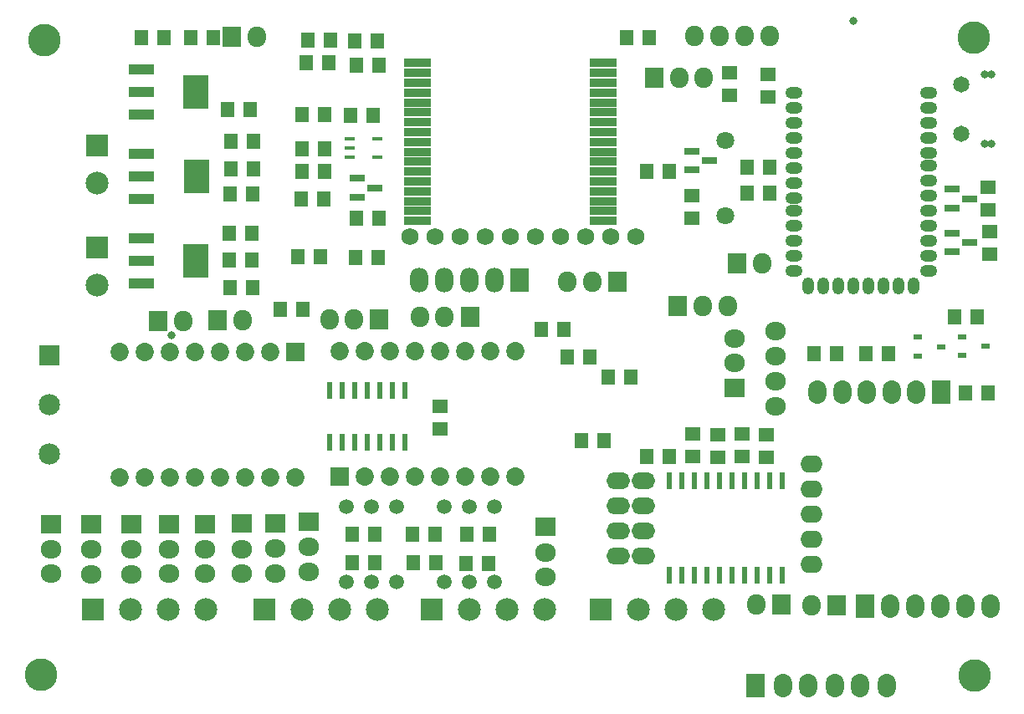
<source format=gbs>
G04*
G04 #@! TF.GenerationSoftware,Altium Limited,Altium Designer,18.1.6 (161)*
G04*
G04 Layer_Color=16711935*
%FSTAX24Y24*%
%MOIN*%
G70*
G01*
G75*
%ADD46R,0.0580X0.0630*%
%ADD49R,0.0630X0.0580*%
%ADD50O,0.0880X0.0680*%
%ADD56O,0.0480X0.0680*%
%ADD57O,0.0680X0.0480*%
%ADD59R,0.1040X0.1320*%
%ADD60R,0.1040X0.0410*%
%ADD61C,0.0907*%
%ADD62R,0.0907X0.0907*%
%ADD63C,0.0650*%
%ADD64C,0.0320*%
%ADD65R,0.0907X0.0907*%
%ADD66O,0.0830X0.0730*%
%ADD67R,0.0830X0.0730*%
%ADD68O,0.0730X0.0830*%
%ADD69R,0.0730X0.0830*%
%ADD70C,0.1300*%
%ADD71C,0.0730*%
%ADD72R,0.0730X0.0730*%
%ADD73C,0.0680*%
%ADD74O,0.0940X0.0680*%
%ADD75C,0.0592*%
%ADD76C,0.0709*%
%ADD77O,0.0730X0.0980*%
%ADD78R,0.0730X0.0980*%
%ADD79O,0.0730X0.0930*%
%ADD80R,0.0730X0.0930*%
%ADD81O,0.0730X0.0930*%
%ADD82R,0.0730X0.0930*%
%ADD83C,0.0848*%
%ADD84R,0.0848X0.0848*%
%ADD85C,0.0316*%
%ADD116R,0.0340X0.0220*%
%ADD117R,0.0445X0.0170*%
%ADD119R,0.0210X0.0710*%
%ADD120R,0.0210X0.0670*%
%ADD122R,0.0600X0.0300*%
%ADD123R,0.1080X0.0336*%
D46*
X01733Y02657D02*
D03*
X01643D02*
D03*
X01934Y02353D02*
D03*
X01844D02*
D03*
X01642Y02549D02*
D03*
X01732D02*
D03*
X04666Y0202D02*
D03*
X04576D02*
D03*
X03241Y02083D02*
D03*
X03151D02*
D03*
X03305Y02903D02*
D03*
X03395D02*
D03*
X02142Y03424D02*
D03*
X02232D02*
D03*
X01955Y03426D02*
D03*
X02045D02*
D03*
X02039Y03335D02*
D03*
X01949D02*
D03*
X0299Y02162D02*
D03*
X0308D02*
D03*
X03305Y01767D02*
D03*
X03395D02*
D03*
X01645Y0244D02*
D03*
X01735D02*
D03*
X02023Y02903D02*
D03*
X01933D02*
D03*
X02236Y02561D02*
D03*
X02146D02*
D03*
X01647Y02814D02*
D03*
X01737D02*
D03*
X01724Y03149D02*
D03*
X01634D02*
D03*
X01488Y03436D02*
D03*
X01578D02*
D03*
X01292Y03435D02*
D03*
X01382D02*
D03*
X01932Y02992D02*
D03*
X02022D02*
D03*
X02149Y02716D02*
D03*
X02239D02*
D03*
X02004Y02564D02*
D03*
X01914D02*
D03*
X01932Y03131D02*
D03*
X02022D02*
D03*
X02884Y02273D02*
D03*
X02974D02*
D03*
X0193Y02794D02*
D03*
X0202D02*
D03*
X03047Y0183D02*
D03*
X03137D02*
D03*
X02126Y03127D02*
D03*
X02216D02*
D03*
X03316Y03435D02*
D03*
X03226D02*
D03*
X04531Y02323D02*
D03*
X04621D02*
D03*
X03796Y02817D02*
D03*
X03706D02*
D03*
X03796Y02921D02*
D03*
X03706D02*
D03*
X01739Y03023D02*
D03*
X01649D02*
D03*
X02238Y03327D02*
D03*
X02148D02*
D03*
X01738Y02913D02*
D03*
X01648D02*
D03*
X02222Y01342D02*
D03*
X02132D02*
D03*
X026782Y014567D02*
D03*
X025882D02*
D03*
X02675Y0134D02*
D03*
X02585D02*
D03*
X02465Y01344D02*
D03*
X02375D02*
D03*
X02463Y01457D02*
D03*
X02373D02*
D03*
X02221Y01458D02*
D03*
X02131D02*
D03*
X04061Y02178D02*
D03*
X03971D02*
D03*
X04179Y02177D02*
D03*
X04269D02*
D03*
D49*
X03634Y03205D02*
D03*
Y03295D02*
D03*
X03588Y01854D02*
D03*
Y01764D02*
D03*
X03684Y01856D02*
D03*
Y01766D02*
D03*
X03783Y01854D02*
D03*
Y01764D02*
D03*
X04667Y02841D02*
D03*
Y02751D02*
D03*
X04671Y02662D02*
D03*
Y02572D02*
D03*
X02481Y01877D02*
D03*
Y01967D02*
D03*
X03484Y02807D02*
D03*
Y02717D02*
D03*
X03489Y01766D02*
D03*
Y01856D02*
D03*
X0379Y03201D02*
D03*
Y03291D02*
D03*
D50*
X03962Y01735D02*
D03*
Y01635D02*
D03*
Y01535D02*
D03*
Y01435D02*
D03*
Y01335D02*
D03*
D56*
X04368Y024449D02*
D03*
X04308D02*
D03*
X04248D02*
D03*
X04188D02*
D03*
X04128D02*
D03*
X04068D02*
D03*
X04008D02*
D03*
X03948D02*
D03*
D57*
X04428Y025049D02*
D03*
Y025649D02*
D03*
Y026249D02*
D03*
Y026849D02*
D03*
Y027449D02*
D03*
Y028049D02*
D03*
Y028649D02*
D03*
Y029249D02*
D03*
Y029749D02*
D03*
Y030349D02*
D03*
Y030949D02*
D03*
Y031549D02*
D03*
Y032149D02*
D03*
X03893Y025049D02*
D03*
Y025649D02*
D03*
Y026249D02*
D03*
Y026849D02*
D03*
Y027449D02*
D03*
Y027949D02*
D03*
Y028549D02*
D03*
Y029149D02*
D03*
Y029749D02*
D03*
Y030349D02*
D03*
Y030949D02*
D03*
Y031549D02*
D03*
Y032149D02*
D03*
D59*
X015075Y02545D02*
D03*
X015105Y02883D02*
D03*
X015095Y03219D02*
D03*
D60*
X012905Y024548D02*
D03*
Y02545D02*
D03*
Y026352D02*
D03*
X012935Y027928D02*
D03*
Y02883D02*
D03*
Y029732D02*
D03*
X012925Y031288D02*
D03*
Y03219D02*
D03*
Y033092D02*
D03*
D61*
X01114Y02449D02*
D03*
X032722Y011575D02*
D03*
X034222D02*
D03*
X035722D02*
D03*
X0155Y01158D02*
D03*
X014D02*
D03*
X0125D02*
D03*
X022337Y011575D02*
D03*
X020837D02*
D03*
X019337D02*
D03*
X028992D02*
D03*
X027492D02*
D03*
X025992D02*
D03*
X011169Y02856D02*
D03*
D62*
X01114Y02599D02*
D03*
X011169Y03006D02*
D03*
D63*
X045577Y032502D02*
D03*
Y030533D02*
D03*
D64*
X046775Y032896D02*
D03*
X046505D02*
D03*
X046775Y03014D02*
D03*
X046505D02*
D03*
D65*
X031222Y011575D02*
D03*
X011Y01158D02*
D03*
X017837Y011575D02*
D03*
X024492D02*
D03*
D66*
X02903Y01286D02*
D03*
Y01384D02*
D03*
X0382Y01966D02*
D03*
Y02067D02*
D03*
Y02165D02*
D03*
Y02266D02*
D03*
X01692Y01398D02*
D03*
Y013D02*
D03*
X01547Y01397D02*
D03*
Y01299D02*
D03*
X0196Y01406D02*
D03*
Y01308D02*
D03*
X01827Y01399D02*
D03*
Y01301D02*
D03*
X01093Y01396D02*
D03*
Y01298D02*
D03*
X00932Y01397D02*
D03*
Y01299D02*
D03*
X01402Y01397D02*
D03*
Y01299D02*
D03*
X01252Y01396D02*
D03*
Y01298D02*
D03*
X03656Y0214D02*
D03*
Y02238D02*
D03*
D67*
X02903Y01485D02*
D03*
X01692Y01499D02*
D03*
X01547Y01498D02*
D03*
X0196Y01507D02*
D03*
X01827Y015D02*
D03*
X01093Y01497D02*
D03*
X00932Y01498D02*
D03*
X01402D02*
D03*
X01252Y01497D02*
D03*
X03656Y02039D02*
D03*
D68*
X01695Y0231D02*
D03*
X01752Y03441D02*
D03*
X03795Y03442D02*
D03*
X03694D02*
D03*
X03596D02*
D03*
X03495D02*
D03*
X03767Y02537D02*
D03*
X03741Y01175D02*
D03*
X03962Y01172D02*
D03*
X03435Y03275D02*
D03*
X03533D02*
D03*
X0353Y02368D02*
D03*
X03628D02*
D03*
X01459Y02308D02*
D03*
X02139Y02312D02*
D03*
X02041D02*
D03*
X025Y02322D02*
D03*
X02402D02*
D03*
X0299Y02462D02*
D03*
X03088D02*
D03*
D69*
X01594Y0231D02*
D03*
X01651Y03441D02*
D03*
X03666Y02537D02*
D03*
X03842Y01175D02*
D03*
X04063Y01172D02*
D03*
X03334Y03275D02*
D03*
X03429Y02368D02*
D03*
X01358Y02308D02*
D03*
X0224Y02312D02*
D03*
X02601Y02322D02*
D03*
X03189Y02462D02*
D03*
D70*
X00906Y03427D02*
D03*
X0461Y03436D02*
D03*
X04612Y00894D02*
D03*
X00891Y00897D02*
D03*
D71*
X02783Y02188D02*
D03*
X02683D02*
D03*
X02583D02*
D03*
X02483D02*
D03*
X02083D02*
D03*
X02183D02*
D03*
X02283D02*
D03*
X02183Y01688D02*
D03*
X02283D02*
D03*
X02783D02*
D03*
X02683D02*
D03*
X02583D02*
D03*
X02483D02*
D03*
X02383Y02188D02*
D03*
Y01688D02*
D03*
X01207Y01683D02*
D03*
X01307D02*
D03*
X01407D02*
D03*
X01507D02*
D03*
X01907D02*
D03*
X01807D02*
D03*
X01707D02*
D03*
X01807Y02183D02*
D03*
X01707D02*
D03*
X01207D02*
D03*
X01307D02*
D03*
X01407D02*
D03*
X01507D02*
D03*
X01607Y01683D02*
D03*
Y02183D02*
D03*
D72*
X02083Y01688D02*
D03*
X01907Y02183D02*
D03*
D73*
X02362Y02642D02*
D03*
X02462D02*
D03*
X02562D02*
D03*
X02662D02*
D03*
X02762D02*
D03*
X02862D02*
D03*
X02962D02*
D03*
X03062D02*
D03*
X03162D02*
D03*
X03262D02*
D03*
D74*
X03193Y0147D02*
D03*
Y0137D02*
D03*
X03293Y0167D02*
D03*
Y0157D02*
D03*
Y0147D02*
D03*
Y0137D02*
D03*
X03193Y0157D02*
D03*
Y0167D02*
D03*
D75*
X024995Y012673D02*
D03*
X025995D02*
D03*
X026995D02*
D03*
Y015673D02*
D03*
X025995D02*
D03*
X024995D02*
D03*
X021095Y012673D02*
D03*
X022095D02*
D03*
X023095D02*
D03*
Y015673D02*
D03*
X022095D02*
D03*
X021095D02*
D03*
D76*
X03619Y030262D02*
D03*
Y02727D02*
D03*
D77*
X02398Y02469D02*
D03*
X02698D02*
D03*
X02598D02*
D03*
X02498D02*
D03*
D78*
X02798D02*
D03*
D79*
X04577Y01169D02*
D03*
X04277D02*
D03*
X04377D02*
D03*
X04477D02*
D03*
X04677D02*
D03*
D80*
X04177D02*
D03*
D81*
X039857Y02022D02*
D03*
X040841D02*
D03*
X041826D02*
D03*
X04281D02*
D03*
X043794D02*
D03*
X03849Y00854D02*
D03*
X03949D02*
D03*
X04054D02*
D03*
X04156D02*
D03*
X04262D02*
D03*
D82*
X044778Y02022D02*
D03*
X03739Y00854D02*
D03*
D83*
X00927Y019728D02*
D03*
Y01776D02*
D03*
D84*
Y021697D02*
D03*
D85*
X014115Y022513D02*
D03*
X04128Y03503D02*
D03*
D116*
X04385Y021665D02*
D03*
Y022415D02*
D03*
X04479Y02204D02*
D03*
X04562Y021695D02*
D03*
Y022445D02*
D03*
X04656Y02207D02*
D03*
D117*
X021212Y029596D02*
D03*
Y02997D02*
D03*
Y030344D02*
D03*
X022308D02*
D03*
Y029596D02*
D03*
D119*
X03395Y01294D02*
D03*
X03445D02*
D03*
X03495D02*
D03*
X03545D02*
D03*
X03595D02*
D03*
X03645D02*
D03*
X03695D02*
D03*
X03745D02*
D03*
X03795D02*
D03*
X03845D02*
D03*
Y0167D02*
D03*
X03795D02*
D03*
X03745D02*
D03*
X03695D02*
D03*
X03645D02*
D03*
X03595D02*
D03*
X03545D02*
D03*
X03495D02*
D03*
X03445D02*
D03*
X03395D02*
D03*
D120*
X02041Y020295D02*
D03*
X02091D02*
D03*
X02141D02*
D03*
X02191D02*
D03*
X02241D02*
D03*
X02291D02*
D03*
X02341D02*
D03*
Y018245D02*
D03*
X02291D02*
D03*
X02241D02*
D03*
X02191D02*
D03*
X02141D02*
D03*
X02091D02*
D03*
X02041D02*
D03*
D122*
X045228Y025815D02*
D03*
Y026565D02*
D03*
X045934Y02619D02*
D03*
X045218Y027565D02*
D03*
Y028315D02*
D03*
X045924Y02794D02*
D03*
X034858Y029085D02*
D03*
Y029835D02*
D03*
X035564Y02946D02*
D03*
X02151Y028D02*
D03*
Y02875D02*
D03*
X022216Y028375D02*
D03*
D123*
X031337Y033354D02*
D03*
Y032961D02*
D03*
Y032567D02*
D03*
Y032173D02*
D03*
Y03178D02*
D03*
Y031386D02*
D03*
Y030992D02*
D03*
Y030598D02*
D03*
Y030205D02*
D03*
Y029811D02*
D03*
Y029417D02*
D03*
Y029024D02*
D03*
Y02863D02*
D03*
Y028236D02*
D03*
Y027843D02*
D03*
Y027449D02*
D03*
Y027055D02*
D03*
X02392D02*
D03*
Y027449D02*
D03*
Y027843D02*
D03*
Y028236D02*
D03*
Y02863D02*
D03*
Y029024D02*
D03*
Y029417D02*
D03*
Y029811D02*
D03*
Y030205D02*
D03*
Y030598D02*
D03*
Y030992D02*
D03*
Y031386D02*
D03*
Y03178D02*
D03*
Y032173D02*
D03*
Y032567D02*
D03*
Y032961D02*
D03*
Y033354D02*
D03*
M02*

</source>
